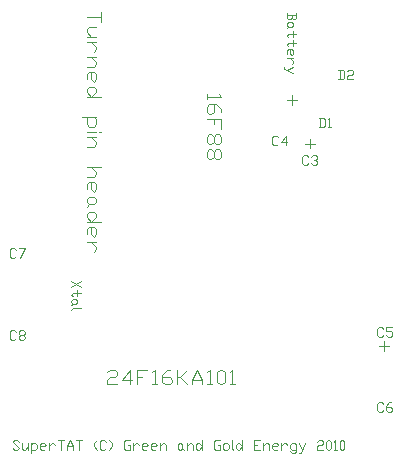
<source format=gbr>
*
G04 Gerber written by LinkCAD 5.8.2 Build 4535*
G04 Layer: 12632256.gbr*
%FSLAX36Y36*%
%MOIN*%
%ADD10C,0.050000*%
%ADD11C,0.060000*%
%ADD12C,0.070000*%
%ADD13C,0.015000*%
%ADD14C,0.010000*%
%ADD15C,0.020000*%
%ADD16C,0.025000*%
%ADD17C,0.030000*%
%ADD18C,0.012000*%
%ADD19C,0.008000*%
%ADD20C,0.001600*%
%ADD21C,0.002400*%
G54D20*
X146000Y161333D02*
G01X141000Y156000D01*
X131000D01*
X126000Y161333D01*
Y182667D01*
X131000Y188000D01*
X141000D01*
X146000Y182667D01*
X156000D02*
X161000Y188000D01*
X171000D01*
X176000Y182667D01*
Y177333D01*
X171000Y172000D01*
X166000D01*
X171000D02*
X176000Y166667D01*
Y161333D01*
X171000Y156000D01*
X161000D01*
X156000Y161333D01*
G54D21*
X152667Y211000D02*
Y243000D01*
X169333Y227000D02*
X136000D01*
G54D20*
X46000Y226333D02*
X41000Y221000D01*
X31000D01*
X26000Y226333D01*
Y247667D01*
X31000Y253000D01*
X41000D01*
X46000Y247667D01*
X76000Y231667D02*
X56000D01*
X71000Y253000D01*
Y221000D01*
X396000Y-412667D02*
X391000Y-418000D01*
X381000D01*
X376000Y-412667D01*
Y-391333D01*
X381000Y-386000D01*
X391000D01*
X396000Y-391333D01*
X406000Y-412667D02*
X411000Y-418000D01*
X421000D01*
X426000Y-412667D01*
Y-402000D01*
X421000Y-396667D01*
X406000D01*
Y-386000D01*
X426000D01*
X396000Y-662667D02*
X391000Y-668000D01*
X381000D01*
X376000Y-662667D01*
Y-641333D01*
X381000Y-636000D01*
X391000D01*
X396000Y-641333D01*
X406000Y-652000D02*
X421000D01*
X426000Y-657333D01*
Y-662667D01*
X421000Y-668000D01*
X411000D01*
X406000Y-662667D01*
Y-646667D01*
X416000Y-636000D01*
X421000D01*
G54D21*
X397667Y-463000D02*
Y-431000D01*
X414333Y-447000D02*
X381000D01*
G54D20*
X246000Y441000D02*
X261000D01*
X266000Y446333D01*
Y467667D01*
X261000Y473000D01*
X246000D01*
X251000D02*
Y441000D01*
X276000Y467667D02*
X281000Y473000D01*
X291000D01*
X296000Y467667D01*
Y462333D01*
X291000Y457000D01*
X281000D01*
X276000Y451667D01*
Y441000D01*
X296000D01*
G54D21*
X-152000Y392000D02*
X-144000Y383667D01*
X-192000D01*
Y392000D02*
Y375333D01*
X-168000Y358667D02*
Y333667D01*
X-176000Y325333D01*
X-184000D01*
X-192000Y333667D01*
Y350333D01*
X-184000Y358667D01*
X-160000D01*
X-144000Y342000D01*
Y333667D01*
X-192000Y308667D02*
X-144000D01*
Y275333D01*
X-168000Y308667D02*
Y292000D01*
X-192000Y250333D02*
X-184000Y258667D01*
X-176000D01*
X-168000Y250333D01*
Y233667D01*
X-160000Y225333D01*
X-152000D01*
X-144000Y233667D01*
Y250333D01*
X-152000Y258667D01*
X-160000D01*
X-168000Y250333D01*
Y233667D02*
X-176000Y225333D01*
X-184000D01*
X-192000Y233667D01*
Y250333D01*
Y200333D02*
X-184000Y208667D01*
X-176000D01*
X-168000Y200333D01*
Y183667D01*
X-160000Y175333D01*
X-152000D01*
X-144000Y183667D01*
Y200333D01*
X-152000Y208667D01*
X-160000D01*
X-168000Y200333D01*
Y183667D02*
X-176000Y175333D01*
X-184000D01*
X-192000Y183667D01*
Y200333D01*
X-544000Y667000D02*
Y633667D01*
Y650333D02*
X-592000D01*
X-560000Y617000D02*
X-584000D01*
X-592000Y608667D01*
Y600333D01*
X-576000Y583667D01*
X-560000D02*
X-592000D01*
Y567000D02*
X-560000D01*
X-576000D02*
X-560000Y550333D01*
Y542000D01*
X-568000Y533667D01*
X-592000Y517000D02*
X-560000D01*
X-576000D02*
X-560000Y500333D01*
Y492000D01*
X-568000Y483667D01*
X-592000D01*
X-576000Y467000D02*
Y442000D01*
X-568000Y433667D01*
X-560000Y442000D01*
Y458667D01*
X-568000Y467000D01*
X-584000D01*
X-592000Y458667D01*
Y442000D01*
X-576000Y383667D02*
X-592000Y400333D01*
Y408667D01*
X-584000Y417000D01*
X-568000D01*
X-560000Y408667D01*
Y400333D01*
X-576000Y383667D01*
X-544000D02*
X-592000D01*
X-608000Y317000D02*
X-560000D01*
X-568000D02*
X-560000Y308667D01*
Y292000D01*
X-568000Y283667D01*
X-584000D01*
X-592000Y292000D01*
Y317000D01*
Y267000D02*
X-560000D01*
X-552000D02*
X-544000D01*
X-592000Y250333D02*
X-560000D01*
X-576000D02*
X-560000Y233667D01*
Y225333D01*
X-568000Y217000D01*
X-592000D01*
Y150333D02*
X-544000D01*
X-576000D02*
X-560000Y133666D01*
Y125333D01*
X-568000Y117000D01*
X-592000D01*
X-576000Y100333D02*
Y75333D01*
X-568000Y67000D01*
X-560000Y75333D01*
Y92000D01*
X-568000Y100333D01*
X-584000D01*
X-592000Y92000D01*
Y75333D01*
Y33666D02*
Y42000D01*
X-584000Y50333D01*
X-568000D01*
X-560000Y42000D01*
Y33666D01*
X-568000Y25333D01*
X-584000D01*
X-592000Y33666D01*
X-584000Y25333D02*
X-592000Y17000D01*
X-576000Y-33000D02*
X-592000Y-16334D01*
Y-8000D01*
X-584000Y333D01*
X-568000D01*
X-560000Y-8000D01*
Y-16334D01*
X-576000Y-33000D01*
X-544000D02*
X-592000D01*
X-576000Y-49667D02*
Y-74667D01*
X-568000Y-83000D01*
X-560000Y-74667D01*
Y-58000D01*
X-568000Y-49667D01*
X-584000D01*
X-592000Y-58000D01*
Y-74667D01*
Y-99667D02*
X-560000D01*
X-576000D02*
X-560000Y-116334D01*
Y-124667D01*
X-568000Y-133000D01*
X-523000Y-536000D02*
X-514667Y-528000D01*
X-498000D01*
X-489667Y-536000D01*
Y-544000D01*
X-498000Y-552000D01*
X-514667D01*
X-523000Y-560000D01*
Y-576000D01*
X-489667D01*
X-439667Y-560000D02*
X-473000D01*
X-448000Y-528000D01*
Y-576000D01*
X-423000D02*
Y-528000D01*
X-389667D01*
X-423000Y-552000D02*
X-406333D01*
X-373000Y-536000D02*
X-364667Y-528000D01*
Y-576000D01*
X-373000D02*
X-356333D01*
X-339667Y-552000D02*
X-314667D01*
X-306333Y-560000D01*
Y-568000D01*
X-314667Y-576000D01*
X-331333D01*
X-339667Y-568000D01*
Y-544000D01*
X-323000Y-528000D01*
X-314667D01*
X-289667Y-576000D02*
Y-528000D01*
X-256333D02*
X-281333Y-552000D01*
X-289667D01*
X-281333D02*
X-256333Y-576000D01*
X-239667D02*
Y-560000D01*
X-223000Y-528000D01*
X-206333Y-560000D01*
Y-576000D01*
X-239667Y-560000D02*
X-206333D01*
X-189667Y-536000D02*
X-181333Y-528000D01*
Y-576000D01*
X-189667D02*
X-173000D01*
X-148000D02*
X-156333Y-568000D01*
Y-536000D01*
X-148000Y-528000D01*
X-139667D01*
X-131333Y-536000D01*
Y-568000D01*
X-139667Y-576000D01*
X-148000D01*
X-114667Y-536000D02*
X-106333Y-528000D01*
Y-576000D01*
X-114667D02*
X-98000D01*
X92667Y356000D02*
Y388000D01*
X109333Y372000D02*
X76000D01*
G54D20*
X75000Y662000D02*
Y647000D01*
X80333Y642000D01*
X85667D01*
X91000Y647000D01*
Y657000D01*
Y647000D02*
X96333Y642000D01*
X101667D01*
X107000Y647000D01*
Y662000D01*
Y657000D02*
X75000D01*
Y622000D02*
Y627000D01*
X80333Y632000D01*
X91000D01*
X96333Y627000D01*
Y622000D01*
X91000Y617000D01*
X80333D01*
X75000Y622000D01*
X80333Y617000D02*
X75000Y612000D01*
X96333Y602000D02*
Y582000D01*
X107000Y592000D02*
X80333D01*
X75000Y587000D01*
X80333Y582000D01*
X96333Y572000D02*
Y552000D01*
X107000Y562000D02*
X80333D01*
X75000Y557000D01*
X80333Y552000D01*
X85667Y542000D02*
Y527000D01*
X91000Y522000D01*
X96333Y527000D01*
Y537000D01*
X91000Y542000D01*
X80333D01*
X75000Y537000D01*
Y527000D01*
Y512000D02*
X96333D01*
X85667D02*
X96333Y502000D01*
Y497000D01*
X91000Y492000D01*
X96333Y482000D02*
X75000Y472000D01*
X96333Y462000D02*
X64333Y477000D01*
Y482000D01*
X181000Y281000D02*
X196000D01*
X201000Y286333D01*
Y307667D01*
X196000Y313000D01*
X181000D01*
X186000D02*
Y281000D01*
X211000Y307667D02*
X216000Y313000D01*
Y281000D01*
X211000D02*
X221000D01*
X-644000Y-232000D02*
X-612000Y-252000D01*
Y-232000D02*
X-644000Y-252000D01*
X-622667Y-262000D02*
Y-282000D01*
X-612000Y-272000D02*
X-638667D01*
X-644000Y-277000D01*
X-638667Y-282000D01*
X-644000Y-302000D02*
Y-297000D01*
X-638667Y-292000D01*
X-628000D01*
X-622667Y-297000D01*
Y-302000D01*
X-628000Y-307000D01*
X-638667D01*
X-644000Y-302000D01*
X-638667Y-307000D02*
X-644000Y-312000D01*
X-612000Y-322000D02*
X-638667D01*
X-644000Y-327000D01*
X-828000Y-422667D02*
X-833000Y-428000D01*
X-843000D01*
X-848000Y-422667D01*
Y-401333D01*
X-843000Y-396000D01*
X-833000D01*
X-828000Y-401333D01*
X-813000Y-428000D02*
X-818000Y-422667D01*
Y-417333D01*
X-813000Y-412000D01*
X-803000D01*
X-798000Y-406667D01*
Y-401333D01*
X-803000Y-396000D01*
X-813000D01*
X-818000Y-401333D01*
Y-406667D01*
X-813000Y-412000D01*
X-803000D02*
X-798000Y-417333D01*
Y-422667D01*
X-803000Y-428000D01*
X-813000D01*
X-828000Y-147667D02*
X-833000Y-153000D01*
X-843000D01*
X-848000Y-147667D01*
Y-126333D01*
X-843000Y-121000D01*
X-833000D01*
X-828000Y-126333D01*
X-818000Y-121000D02*
X-798000D01*
X-813000Y-153000D01*
X-838000Y-787667D02*
X-833000Y-793000D01*
X-823000D01*
X-818000Y-787667D01*
X-838000Y-766333D01*
X-833000Y-761000D01*
X-823000D01*
X-818000Y-766333D01*
X-808000Y-771667D02*
Y-787667D01*
X-803000Y-793000D01*
X-798000D01*
X-788000Y-782333D01*
Y-771667D02*
Y-793000D01*
X-778000Y-803667D02*
Y-771667D01*
Y-777000D02*
X-773000Y-771667D01*
X-763000D01*
X-758000Y-777000D01*
Y-787667D01*
X-763000Y-793000D01*
X-778000D01*
X-748000Y-782333D02*
X-733000D01*
X-728000Y-777000D01*
X-733000Y-771667D01*
X-743000D01*
X-748000Y-777000D01*
Y-787667D01*
X-743000Y-793000D01*
X-733000D01*
X-718000D02*
Y-771667D01*
Y-782333D02*
X-708000Y-771667D01*
X-703000D01*
X-698000Y-777000D01*
X-688000Y-761000D02*
X-668000D01*
X-678000D02*
Y-793000D01*
X-658000D02*
Y-782333D01*
X-648000Y-761000D01*
X-638000Y-782333D01*
Y-793000D01*
X-658000Y-782333D02*
X-638000D01*
X-628000Y-761000D02*
X-608000D01*
X-618000D02*
Y-793000D01*
X-558000Y-761000D02*
X-568000Y-771667D01*
Y-782333D01*
X-558000Y-793000D01*
X-528000Y-787667D02*
X-533000Y-793000D01*
X-543000D01*
X-548000Y-787667D01*
Y-766333D01*
X-543000Y-761000D01*
X-533000D01*
X-528000Y-766333D01*
X-518000Y-761000D02*
X-508000Y-771667D01*
Y-782333D01*
X-518000Y-793000D01*
X-453000Y-777000D02*
X-448000D01*
Y-793000D01*
X-463000D01*
X-468000Y-787667D01*
Y-766333D01*
X-463000Y-761000D01*
X-448000D01*
X-438000Y-793000D02*
Y-771667D01*
Y-782333D02*
X-428000Y-771667D01*
X-423000D01*
X-418000Y-777000D01*
X-408000Y-782333D02*
X-393000D01*
X-388000Y-777000D01*
X-393000Y-771667D01*
X-403000D01*
X-408000Y-777000D01*
Y-787667D01*
X-403000Y-793000D01*
X-393000D01*
X-378000Y-782333D02*
X-363000D01*
X-358000Y-777000D01*
X-363000Y-771667D01*
X-373000D01*
X-378000Y-777000D01*
Y-787667D01*
X-373000Y-793000D01*
X-363000D01*
X-348000D02*
Y-771667D01*
Y-782333D02*
X-338000Y-771667D01*
X-333000D01*
X-328000Y-777000D01*
Y-793000D01*
X-278000D02*
X-283000D01*
X-288000Y-787667D01*
Y-777000D01*
X-283000Y-771667D01*
X-278000D01*
X-273000Y-777000D01*
Y-787667D01*
X-278000Y-793000D01*
X-273000Y-787667D02*
X-268000Y-793000D01*
X-258000D02*
Y-771667D01*
Y-782333D02*
X-248000Y-771667D01*
X-243000D01*
X-238000Y-777000D01*
Y-793000D01*
X-208000Y-782333D02*
X-218000Y-793000D01*
X-223000D01*
X-228000Y-787667D01*
Y-777000D01*
X-223000Y-771667D01*
X-218000D01*
X-208000Y-782333D01*
Y-761000D02*
Y-793000D01*
X-153000Y-777000D02*
X-148000D01*
Y-793000D01*
X-163000D01*
X-168000Y-787667D01*
Y-766333D01*
X-163000Y-761000D01*
X-148000D01*
X-123000Y-793000D02*
X-133000D01*
X-138000Y-787667D01*
Y-777000D01*
X-133000Y-771667D01*
X-123000D01*
X-118000Y-777000D01*
Y-787667D01*
X-123000Y-793000D01*
X-108000Y-761000D02*
Y-787667D01*
X-103000Y-793000D01*
X-73000Y-782333D02*
X-83000Y-793000D01*
X-88000D01*
X-93000Y-787667D01*
Y-777000D01*
X-88000Y-771667D01*
X-83000D01*
X-73000Y-782333D01*
Y-761000D02*
Y-793000D01*
X-33000D02*
Y-761000D01*
X-13000D01*
X-33000Y-777000D02*
X-23000D01*
X-33000Y-793000D02*
X-13000D01*
X-3000D02*
Y-771667D01*
Y-782333D02*
X7000Y-771667D01*
X12000D01*
X17000Y-777000D01*
Y-793000D01*
X27000Y-782333D02*
X42000D01*
X47000Y-777000D01*
X42000Y-771667D01*
X32000D01*
X27000Y-777000D01*
Y-787667D01*
X32000Y-793000D01*
X42000D01*
X57000D02*
Y-771667D01*
Y-782333D02*
X67000Y-771667D01*
X72000D01*
X77000Y-777000D01*
X87000Y-798333D02*
X92000Y-803667D01*
X102000D01*
X107000Y-798333D01*
Y-777000D01*
X102000Y-771667D01*
X92000D01*
X87000Y-777000D01*
Y-787667D01*
X92000Y-793000D01*
X107000D01*
X117000Y-771667D02*
X127000Y-793000D01*
X137000Y-771667D02*
X122000Y-803667D01*
X117000D01*
X177000Y-766333D02*
X182000Y-761000D01*
X192000D01*
X197000Y-766333D01*
Y-771667D01*
X192000Y-777000D01*
X182000D01*
X177000Y-782333D01*
Y-793000D01*
X197000D01*
X212000D02*
X207000Y-787667D01*
Y-766333D01*
X212000Y-761000D01*
X217000D01*
X222000Y-766333D01*
Y-787667D01*
X217000Y-793000D01*
X212000D01*
X232000Y-766333D02*
X237000Y-761000D01*
Y-793000D01*
X232000D02*
X242000D01*
X257000D02*
X252000Y-787667D01*
Y-766333D01*
X257000Y-761000D01*
X262000D01*
X267000Y-766333D01*
Y-787667D01*
X262000Y-793000D01*
X257000D01*
M02*

</source>
